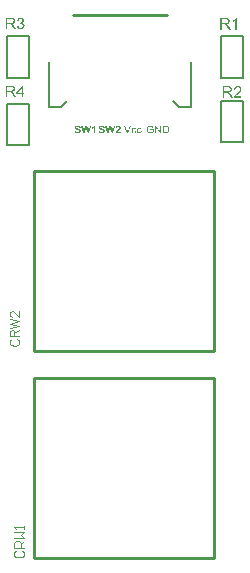
<source format=gbr>
G04*
G04 #@! TF.GenerationSoftware,Altium Limited,Altium Designer,23.0.1 (38)*
G04*
G04 Layer_Color=65535*
%FSLAX25Y25*%
%MOIN*%
G70*
G04*
G04 #@! TF.SameCoordinates,1BC4FD92-A1BF-4EFC-BBB9-C4C69C01024F*
G04*
G04*
G04 #@! TF.FilePolarity,Positive*
G04*
G01*
G75*
%ADD10C,0.01000*%
%ADD11C,0.00787*%
%ADD12C,0.00984*%
%ADD13C,0.00500*%
%ADD14C,0.00394*%
G36*
X259088Y211110D02*
X259128Y211106D01*
X259176Y211103D01*
X259223Y211095D01*
X259278Y211088D01*
X259394Y211063D01*
X259452Y211044D01*
X259511Y211026D01*
X259569Y211001D01*
X259623Y210972D01*
X259674Y210939D01*
X259722Y210902D01*
X259725Y210899D01*
X259733Y210892D01*
X259744Y210881D01*
X259758Y210866D01*
X259776Y210844D01*
X259798Y210819D01*
X259820Y210790D01*
X259845Y210757D01*
X259867Y210717D01*
X259889Y210677D01*
X259911Y210629D01*
X259929Y210578D01*
X259947Y210527D01*
X259962Y210469D01*
X259973Y210411D01*
X259977Y210346D01*
X259467Y210327D01*
Y210331D01*
Y210335D01*
X259460Y210360D01*
X259452Y210393D01*
X259438Y210433D01*
X259420Y210480D01*
X259394Y210524D01*
X259361Y210567D01*
X259325Y210604D01*
X259321Y210608D01*
X259307Y210618D01*
X259281Y210633D01*
X259245Y210648D01*
X259201Y210662D01*
X259147Y210677D01*
X259081Y210688D01*
X259005Y210691D01*
X258968D01*
X258928Y210688D01*
X258881Y210680D01*
X258826Y210669D01*
X258768Y210651D01*
X258713Y210629D01*
X258663Y210597D01*
X258659Y210593D01*
X258652Y210586D01*
X258637Y210575D01*
X258622Y210557D01*
X258608Y210535D01*
X258593Y210506D01*
X258586Y210476D01*
X258582Y210440D01*
Y210437D01*
Y210426D01*
X258586Y210407D01*
X258593Y210389D01*
X258601Y210364D01*
X258611Y210338D01*
X258630Y210313D01*
X258655Y210287D01*
X258659Y210284D01*
X258677Y210273D01*
X258688Y210265D01*
X258706Y210258D01*
X258724Y210247D01*
X258750Y210236D01*
X258779Y210225D01*
X258812Y210211D01*
X258852Y210196D01*
X258892Y210182D01*
X258943Y210167D01*
X258997Y210153D01*
X259056Y210138D01*
X259121Y210120D01*
X259125D01*
X259139Y210116D01*
X259157Y210113D01*
X259183Y210105D01*
X259212Y210098D01*
X259248Y210087D01*
X259289Y210076D01*
X259329Y210065D01*
X259416Y210036D01*
X259507Y210007D01*
X259594Y209974D01*
X259631Y209956D01*
X259667Y209938D01*
X259671D01*
X259674Y209934D01*
X259696Y209920D01*
X259729Y209898D01*
X259769Y209869D01*
X259813Y209832D01*
X259860Y209789D01*
X259907Y209738D01*
X259947Y209679D01*
X259951Y209672D01*
X259962Y209650D01*
X259980Y209617D01*
X259998Y209570D01*
X260017Y209512D01*
X260035Y209443D01*
X260046Y209366D01*
X260049Y209279D01*
Y209275D01*
Y209268D01*
Y209257D01*
Y209243D01*
X260046Y209224D01*
X260042Y209199D01*
X260035Y209148D01*
X260020Y209082D01*
X259998Y209013D01*
X259966Y208944D01*
X259926Y208871D01*
Y208868D01*
X259918Y208864D01*
X259904Y208842D01*
X259875Y208806D01*
X259838Y208766D01*
X259791Y208718D01*
X259729Y208675D01*
X259664Y208631D01*
X259583Y208591D01*
X259580D01*
X259573Y208587D01*
X259562Y208584D01*
X259543Y208576D01*
X259522Y208569D01*
X259496Y208562D01*
X259467Y208555D01*
X259434Y208547D01*
X259394Y208536D01*
X259354Y208529D01*
X259259Y208515D01*
X259154Y208504D01*
X259037Y208500D01*
X258990D01*
X258957Y208504D01*
X258917Y208507D01*
X258874Y208511D01*
X258823Y208518D01*
X258768Y208529D01*
X258648Y208555D01*
X258586Y208573D01*
X258528Y208591D01*
X258466Y208616D01*
X258408Y208646D01*
X258353Y208678D01*
X258302Y208718D01*
X258298Y208722D01*
X258291Y208729D01*
X258277Y208740D01*
X258262Y208758D01*
X258240Y208784D01*
X258218Y208813D01*
X258193Y208846D01*
X258167Y208882D01*
X258142Y208926D01*
X258117Y208973D01*
X258091Y209028D01*
X258066Y209086D01*
X258047Y209148D01*
X258026Y209217D01*
X258011Y209290D01*
X258000Y209366D01*
X258495Y209414D01*
Y209410D01*
X258499Y209403D01*
Y209388D01*
X258502Y209374D01*
X258517Y209330D01*
X258535Y209275D01*
X258557Y209213D01*
X258590Y209152D01*
X258626Y209097D01*
X258673Y209046D01*
X258681Y209042D01*
X258699Y209028D01*
X258728Y209010D01*
X258772Y208988D01*
X258826Y208966D01*
X258888Y208948D01*
X258961Y208933D01*
X259045Y208929D01*
X259085D01*
X259128Y208937D01*
X259183Y208944D01*
X259241Y208955D01*
X259303Y208973D01*
X259361Y208999D01*
X259412Y209031D01*
X259420Y209035D01*
X259434Y209050D01*
X259452Y209071D01*
X259478Y209101D01*
X259500Y209137D01*
X259522Y209181D01*
X259536Y209224D01*
X259540Y209275D01*
Y209279D01*
Y209290D01*
X259536Y209308D01*
X259532Y209330D01*
X259525Y209352D01*
X259518Y209377D01*
X259503Y209403D01*
X259485Y209428D01*
X259482Y209432D01*
X259474Y209439D01*
X259463Y209450D01*
X259445Y209465D01*
X259420Y209483D01*
X259387Y209501D01*
X259350Y209519D01*
X259303Y209537D01*
X259299D01*
X259285Y209545D01*
X259259Y209552D01*
X259241Y209559D01*
X259219Y209563D01*
X259194Y209570D01*
X259165Y209581D01*
X259132Y209588D01*
X259096Y209599D01*
X259052Y209610D01*
X259005Y209621D01*
X258954Y209636D01*
X258895Y209650D01*
X258892D01*
X258877Y209654D01*
X258855Y209661D01*
X258830Y209668D01*
X258797Y209679D01*
X258757Y209690D01*
X258717Y209705D01*
X258670Y209719D01*
X258575Y209756D01*
X258484Y209800D01*
X258437Y209821D01*
X258397Y209847D01*
X258357Y209872D01*
X258324Y209898D01*
X258320Y209901D01*
X258313Y209909D01*
X258302Y209920D01*
X258288Y209934D01*
X258269Y209956D01*
X258251Y209981D01*
X258229Y210007D01*
X258211Y210040D01*
X258167Y210116D01*
X258131Y210204D01*
X258117Y210251D01*
X258106Y210298D01*
X258098Y210353D01*
X258095Y210407D01*
Y210411D01*
Y210415D01*
Y210426D01*
Y210440D01*
X258102Y210476D01*
X258109Y210524D01*
X258120Y210578D01*
X258138Y210640D01*
X258164Y210706D01*
X258200Y210768D01*
Y210771D01*
X258204Y210775D01*
X258222Y210797D01*
X258244Y210826D01*
X258280Y210862D01*
X258324Y210902D01*
X258379Y210946D01*
X258440Y210986D01*
X258513Y211022D01*
X258517D01*
X258524Y211026D01*
X258535Y211030D01*
X258550Y211037D01*
X258572Y211044D01*
X258593Y211052D01*
X258622Y211059D01*
X258655Y211070D01*
X258728Y211084D01*
X258812Y211099D01*
X258906Y211110D01*
X259012Y211114D01*
X259056D01*
X259088Y211110D01*
D02*
G37*
G36*
X262932Y208547D02*
X262383D01*
X261888Y210429D01*
X261385Y208547D01*
X260832D01*
X260235Y211066D01*
X260755D01*
X261134Y209334D01*
X261593Y211066D01*
X262204D01*
X262641Y209304D01*
X263027Y211066D01*
X263540D01*
X262932Y208547D01*
D02*
G37*
G36*
X264588Y211077D02*
X264621Y211073D01*
X264658Y211070D01*
X264698Y211063D01*
X264741Y211055D01*
X264836Y211030D01*
X264931Y210993D01*
X264982Y210972D01*
X265025Y210946D01*
X265072Y210913D01*
X265113Y210877D01*
X265116Y210873D01*
X265124Y210870D01*
X265131Y210855D01*
X265145Y210841D01*
X265163Y210822D01*
X265182Y210797D01*
X265200Y210771D01*
X265222Y210739D01*
X265258Y210666D01*
X265295Y210582D01*
X265309Y210535D01*
X265316Y210484D01*
X265324Y210429D01*
X265327Y210375D01*
Y210367D01*
Y210346D01*
X265324Y210313D01*
X265320Y210273D01*
X265313Y210222D01*
X265302Y210167D01*
X265287Y210109D01*
X265265Y210051D01*
X265262Y210043D01*
X265254Y210025D01*
X265240Y209992D01*
X265218Y209952D01*
X265193Y209905D01*
X265160Y209850D01*
X265120Y209792D01*
X265072Y209730D01*
X265069Y209727D01*
X265054Y209708D01*
X265033Y209683D01*
X265000Y209647D01*
X264956Y209603D01*
X264901Y209545D01*
X264836Y209483D01*
X264756Y209406D01*
X264752Y209403D01*
X264745Y209399D01*
X264734Y209388D01*
X264719Y209374D01*
X264679Y209337D01*
X264632Y209294D01*
X264585Y209246D01*
X264537Y209199D01*
X264494Y209159D01*
X264479Y209141D01*
X264465Y209126D01*
X264461Y209122D01*
X264454Y209115D01*
X264443Y209101D01*
X264428Y209082D01*
X264395Y209042D01*
X264366Y208995D01*
X265327D01*
Y208547D01*
X263635D01*
Y208551D01*
Y208558D01*
X263638Y208573D01*
X263642Y208591D01*
X263646Y208613D01*
X263649Y208638D01*
X263664Y208704D01*
X263686Y208777D01*
X263715Y208857D01*
X263751Y208944D01*
X263798Y209028D01*
Y209031D01*
X263806Y209039D01*
X263813Y209053D01*
X263828Y209068D01*
X263842Y209093D01*
X263864Y209119D01*
X263890Y209152D01*
X263919Y209188D01*
X263951Y209232D01*
X263991Y209275D01*
X264035Y209326D01*
X264086Y209381D01*
X264141Y209436D01*
X264203Y209497D01*
X264268Y209563D01*
X264341Y209632D01*
X264345Y209636D01*
X264355Y209647D01*
X264370Y209661D01*
X264392Y209683D01*
X264421Y209705D01*
X264450Y209734D01*
X264516Y209800D01*
X264581Y209869D01*
X264647Y209938D01*
X264676Y209967D01*
X264705Y210000D01*
X264727Y210025D01*
X264741Y210047D01*
X264745Y210054D01*
X264756Y210072D01*
X264774Y210102D01*
X264792Y210142D01*
X264810Y210185D01*
X264829Y210236D01*
X264840Y210287D01*
X264843Y210342D01*
Y210346D01*
Y210349D01*
Y210367D01*
X264840Y210400D01*
X264832Y210437D01*
X264821Y210476D01*
X264807Y210517D01*
X264785Y210557D01*
X264756Y210593D01*
X264752Y210597D01*
X264741Y210608D01*
X264719Y210622D01*
X264694Y210637D01*
X264658Y210651D01*
X264617Y210666D01*
X264570Y210677D01*
X264516Y210680D01*
X264490D01*
X264461Y210677D01*
X264428Y210669D01*
X264388Y210659D01*
X264348Y210640D01*
X264308Y210618D01*
X264272Y210589D01*
X264268Y210586D01*
X264257Y210571D01*
X264243Y210549D01*
X264228Y210517D01*
X264210Y210476D01*
X264195Y210422D01*
X264181Y210360D01*
X264173Y210287D01*
X263693Y210335D01*
Y210338D01*
X263697Y210353D01*
Y210371D01*
X263704Y210400D01*
X263707Y210433D01*
X263718Y210469D01*
X263729Y210509D01*
X263740Y210557D01*
X263777Y210648D01*
X263820Y210742D01*
X263849Y210790D01*
X263882Y210833D01*
X263919Y210870D01*
X263959Y210906D01*
X263962Y210910D01*
X263970Y210913D01*
X263981Y210921D01*
X263999Y210935D01*
X264021Y210946D01*
X264050Y210961D01*
X264079Y210979D01*
X264115Y210993D01*
X264155Y211012D01*
X264199Y211026D01*
X264294Y211055D01*
X264406Y211073D01*
X264465Y211077D01*
X264527Y211081D01*
X264563D01*
X264588Y211077D01*
D02*
G37*
G36*
X251088Y211110D02*
X251128Y211106D01*
X251176Y211103D01*
X251223Y211095D01*
X251278Y211088D01*
X251394Y211063D01*
X251452Y211044D01*
X251511Y211026D01*
X251569Y211001D01*
X251623Y210972D01*
X251674Y210939D01*
X251722Y210902D01*
X251725Y210899D01*
X251733Y210892D01*
X251744Y210881D01*
X251758Y210866D01*
X251776Y210844D01*
X251798Y210819D01*
X251820Y210790D01*
X251846Y210757D01*
X251867Y210717D01*
X251889Y210677D01*
X251911Y210629D01*
X251929Y210578D01*
X251947Y210527D01*
X251962Y210469D01*
X251973Y210411D01*
X251976Y210346D01*
X251467Y210327D01*
Y210331D01*
Y210335D01*
X251460Y210360D01*
X251452Y210393D01*
X251438Y210433D01*
X251420Y210480D01*
X251394Y210524D01*
X251361Y210567D01*
X251325Y210604D01*
X251321Y210608D01*
X251307Y210618D01*
X251281Y210633D01*
X251245Y210648D01*
X251201Y210662D01*
X251147Y210677D01*
X251081Y210688D01*
X251005Y210691D01*
X250968D01*
X250928Y210688D01*
X250881Y210680D01*
X250826Y210669D01*
X250768Y210651D01*
X250713Y210629D01*
X250662Y210597D01*
X250659Y210593D01*
X250652Y210586D01*
X250637Y210575D01*
X250622Y210557D01*
X250608Y210535D01*
X250593Y210506D01*
X250586Y210476D01*
X250582Y210440D01*
Y210437D01*
Y210426D01*
X250586Y210407D01*
X250593Y210389D01*
X250601Y210364D01*
X250611Y210338D01*
X250630Y210313D01*
X250655Y210287D01*
X250659Y210284D01*
X250677Y210273D01*
X250688Y210265D01*
X250706Y210258D01*
X250724Y210247D01*
X250750Y210236D01*
X250779Y210225D01*
X250812Y210211D01*
X250852Y210196D01*
X250892Y210182D01*
X250943Y210167D01*
X250997Y210153D01*
X251056Y210138D01*
X251121Y210120D01*
X251125D01*
X251139Y210116D01*
X251157Y210113D01*
X251183Y210105D01*
X251212Y210098D01*
X251249Y210087D01*
X251289Y210076D01*
X251329Y210065D01*
X251416Y210036D01*
X251507Y210007D01*
X251594Y209974D01*
X251631Y209956D01*
X251667Y209938D01*
X251671D01*
X251674Y209934D01*
X251696Y209920D01*
X251729Y209898D01*
X251769Y209869D01*
X251813Y209832D01*
X251860Y209789D01*
X251907Y209738D01*
X251947Y209679D01*
X251951Y209672D01*
X251962Y209650D01*
X251980Y209617D01*
X251998Y209570D01*
X252017Y209512D01*
X252035Y209443D01*
X252046Y209366D01*
X252049Y209279D01*
Y209275D01*
Y209268D01*
Y209257D01*
Y209243D01*
X252046Y209224D01*
X252042Y209199D01*
X252035Y209148D01*
X252020Y209082D01*
X251998Y209013D01*
X251966Y208944D01*
X251926Y208871D01*
Y208868D01*
X251918Y208864D01*
X251904Y208842D01*
X251875Y208806D01*
X251838Y208766D01*
X251791Y208718D01*
X251729Y208675D01*
X251663Y208631D01*
X251583Y208591D01*
X251580D01*
X251572Y208587D01*
X251562Y208584D01*
X251543Y208576D01*
X251521Y208569D01*
X251496Y208562D01*
X251467Y208555D01*
X251434Y208547D01*
X251394Y208536D01*
X251354Y208529D01*
X251259Y208515D01*
X251154Y208504D01*
X251037Y208500D01*
X250990D01*
X250957Y208504D01*
X250917Y208507D01*
X250874Y208511D01*
X250823Y208518D01*
X250768Y208529D01*
X250648Y208555D01*
X250586Y208573D01*
X250528Y208591D01*
X250466Y208616D01*
X250408Y208646D01*
X250353Y208678D01*
X250302Y208718D01*
X250299Y208722D01*
X250291Y208729D01*
X250277Y208740D01*
X250262Y208758D01*
X250240Y208784D01*
X250218Y208813D01*
X250193Y208846D01*
X250167Y208882D01*
X250142Y208926D01*
X250116Y208973D01*
X250091Y209028D01*
X250065Y209086D01*
X250047Y209148D01*
X250026Y209217D01*
X250011Y209290D01*
X250000Y209366D01*
X250495Y209414D01*
Y209410D01*
X250499Y209403D01*
Y209388D01*
X250502Y209374D01*
X250517Y209330D01*
X250535Y209275D01*
X250557Y209213D01*
X250590Y209152D01*
X250626Y209097D01*
X250673Y209046D01*
X250681Y209042D01*
X250699Y209028D01*
X250728Y209010D01*
X250772Y208988D01*
X250826Y208966D01*
X250888Y208948D01*
X250961Y208933D01*
X251045Y208929D01*
X251085D01*
X251128Y208937D01*
X251183Y208944D01*
X251241Y208955D01*
X251303Y208973D01*
X251361Y208999D01*
X251412Y209031D01*
X251420Y209035D01*
X251434Y209050D01*
X251452Y209071D01*
X251478Y209101D01*
X251500Y209137D01*
X251521Y209181D01*
X251536Y209224D01*
X251540Y209275D01*
Y209279D01*
Y209290D01*
X251536Y209308D01*
X251532Y209330D01*
X251525Y209352D01*
X251518Y209377D01*
X251503Y209403D01*
X251485Y209428D01*
X251482Y209432D01*
X251474Y209439D01*
X251463Y209450D01*
X251445Y209465D01*
X251420Y209483D01*
X251387Y209501D01*
X251350Y209519D01*
X251303Y209537D01*
X251300D01*
X251285Y209545D01*
X251259Y209552D01*
X251241Y209559D01*
X251219Y209563D01*
X251194Y209570D01*
X251165Y209581D01*
X251132Y209588D01*
X251096Y209599D01*
X251052Y209610D01*
X251005Y209621D01*
X250954Y209636D01*
X250895Y209650D01*
X250892D01*
X250877Y209654D01*
X250855Y209661D01*
X250830Y209668D01*
X250797Y209679D01*
X250757Y209690D01*
X250717Y209705D01*
X250670Y209719D01*
X250575Y209756D01*
X250484Y209800D01*
X250437Y209821D01*
X250397Y209847D01*
X250357Y209872D01*
X250324Y209898D01*
X250320Y209901D01*
X250313Y209909D01*
X250302Y209920D01*
X250288Y209934D01*
X250269Y209956D01*
X250251Y209981D01*
X250229Y210007D01*
X250211Y210040D01*
X250167Y210116D01*
X250131Y210204D01*
X250116Y210251D01*
X250106Y210298D01*
X250098Y210353D01*
X250095Y210407D01*
Y210411D01*
Y210415D01*
Y210426D01*
Y210440D01*
X250102Y210476D01*
X250109Y210524D01*
X250120Y210578D01*
X250138Y210640D01*
X250164Y210706D01*
X250200Y210768D01*
Y210771D01*
X250204Y210775D01*
X250222Y210797D01*
X250244Y210826D01*
X250280Y210862D01*
X250324Y210902D01*
X250379Y210946D01*
X250440Y210986D01*
X250513Y211022D01*
X250517D01*
X250524Y211026D01*
X250535Y211030D01*
X250550Y211037D01*
X250571Y211044D01*
X250593Y211052D01*
X250622Y211059D01*
X250655Y211070D01*
X250728Y211084D01*
X250812Y211099D01*
X250906Y211110D01*
X251012Y211114D01*
X251056D01*
X251088Y211110D01*
D02*
G37*
G36*
X254932Y208547D02*
X254383D01*
X253888Y210429D01*
X253385Y208547D01*
X252832D01*
X252235Y211066D01*
X252755D01*
X253134Y209334D01*
X253593Y211066D01*
X254204D01*
X254641Y209304D01*
X255027Y211066D01*
X255540D01*
X254932Y208547D01*
D02*
G37*
G36*
X256931D02*
X256446D01*
Y210371D01*
X256443Y210367D01*
X256435Y210360D01*
X256421Y210349D01*
X256399Y210331D01*
X256374Y210309D01*
X256345Y210287D01*
X256308Y210262D01*
X256268Y210233D01*
X256224Y210204D01*
X256177Y210174D01*
X256126Y210142D01*
X256071Y210113D01*
X255955Y210058D01*
X255824Y210007D01*
Y210444D01*
X255828D01*
X255831Y210447D01*
X255842Y210451D01*
X255857Y210455D01*
X255893Y210473D01*
X255944Y210495D01*
X256006Y210524D01*
X256075Y210564D01*
X256152Y210615D01*
X256232Y210673D01*
X256235Y210677D01*
X256243Y210680D01*
X256254Y210691D01*
X256268Y210706D01*
X256308Y210742D01*
X256352Y210790D01*
X256403Y210848D01*
X256454Y210921D01*
X256501Y210997D01*
X256537Y211081D01*
X256931D01*
Y208547D01*
D02*
G37*
G36*
X271621Y210404D02*
X271643D01*
X271672Y210400D01*
X271742Y210389D01*
X271818Y210371D01*
X271898Y210342D01*
X271978Y210305D01*
X272055Y210255D01*
X272058D01*
X272062Y210247D01*
X272084Y210225D01*
X272116Y210193D01*
X272157Y210145D01*
X272197Y210087D01*
X272237Y210014D01*
X272273Y209930D01*
X272299Y209832D01*
X271996Y209785D01*
Y209789D01*
X271993Y209792D01*
X271989Y209814D01*
X271978Y209847D01*
X271960Y209887D01*
X271942Y209930D01*
X271913Y209978D01*
X271880Y210021D01*
X271844Y210058D01*
X271840Y210062D01*
X271825Y210072D01*
X271800Y210087D01*
X271771Y210105D01*
X271731Y210123D01*
X271687Y210138D01*
X271636Y210149D01*
X271581Y210153D01*
X271560D01*
X271541Y210149D01*
X271501Y210145D01*
X271447Y210131D01*
X271389Y210113D01*
X271323Y210083D01*
X271261Y210040D01*
X271232Y210014D01*
X271203Y209985D01*
Y209981D01*
X271196Y209978D01*
X271188Y209967D01*
X271181Y209952D01*
X271170Y209934D01*
X271156Y209912D01*
X271145Y209887D01*
X271130Y209858D01*
X271115Y209821D01*
X271105Y209781D01*
X271090Y209738D01*
X271079Y209690D01*
X271072Y209639D01*
X271065Y209581D01*
X271057Y209519D01*
Y209454D01*
Y209450D01*
Y209439D01*
Y209417D01*
X271061Y209395D01*
Y209363D01*
X271065Y209330D01*
X271076Y209250D01*
X271090Y209162D01*
X271115Y209071D01*
X271148Y208991D01*
X271170Y208951D01*
X271196Y208919D01*
X271203Y208911D01*
X271221Y208893D01*
X271254Y208868D01*
X271294Y208839D01*
X271349Y208806D01*
X271410Y208780D01*
X271483Y208762D01*
X271523Y208758D01*
X271563Y208755D01*
X271570D01*
X271592Y208758D01*
X271629Y208762D01*
X271669Y208769D01*
X271716Y208780D01*
X271767Y208802D01*
X271818Y208828D01*
X271865Y208864D01*
X271873Y208868D01*
X271884Y208886D01*
X271905Y208911D01*
X271931Y208951D01*
X271956Y208999D01*
X271986Y209057D01*
X272007Y209130D01*
X272022Y209210D01*
X272328Y209170D01*
Y209166D01*
X272324Y209155D01*
X272320Y209141D01*
X272317Y209119D01*
X272309Y209090D01*
X272302Y209061D01*
X272277Y208988D01*
X272244Y208911D01*
X272197Y208828D01*
X272138Y208748D01*
X272106Y208711D01*
X272069Y208675D01*
X272066Y208671D01*
X272058Y208667D01*
X272047Y208660D01*
X272033Y208649D01*
X272015Y208635D01*
X271989Y208620D01*
X271960Y208606D01*
X271931Y208587D01*
X271858Y208555D01*
X271771Y208529D01*
X271676Y208507D01*
X271621Y208504D01*
X271567Y208500D01*
X271531D01*
X271505Y208504D01*
X271472Y208507D01*
X271436Y208515D01*
X271396Y208522D01*
X271352Y208529D01*
X271254Y208558D01*
X271206Y208580D01*
X271156Y208602D01*
X271105Y208631D01*
X271057Y208664D01*
X271010Y208700D01*
X270966Y208744D01*
X270963Y208748D01*
X270955Y208755D01*
X270944Y208769D01*
X270930Y208788D01*
X270915Y208813D01*
X270894Y208846D01*
X270875Y208882D01*
X270853Y208922D01*
X270832Y208970D01*
X270813Y209024D01*
X270792Y209079D01*
X270777Y209144D01*
X270762Y209210D01*
X270752Y209286D01*
X270744Y209363D01*
X270741Y209446D01*
Y209450D01*
Y209461D01*
Y209475D01*
Y209497D01*
X270744Y209523D01*
Y209552D01*
X270748Y209585D01*
X270752Y209621D01*
X270762Y209701D01*
X270781Y209789D01*
X270802Y209876D01*
X270835Y209963D01*
Y209967D01*
X270839Y209974D01*
X270846Y209985D01*
X270853Y210000D01*
X270875Y210040D01*
X270908Y210087D01*
X270952Y210142D01*
X271003Y210196D01*
X271065Y210251D01*
X271134Y210295D01*
X271137D01*
X271145Y210298D01*
X271156Y210305D01*
X271170Y210313D01*
X271188Y210320D01*
X271210Y210331D01*
X271265Y210353D01*
X271327Y210371D01*
X271403Y210389D01*
X271483Y210404D01*
X271570Y210407D01*
X271600D01*
X271621Y210404D01*
D02*
G37*
G36*
X269860D02*
X269882D01*
X269911Y210400D01*
X269980Y210389D01*
X270056Y210371D01*
X270136Y210342D01*
X270216Y210305D01*
X270293Y210255D01*
X270297D01*
X270300Y210247D01*
X270322Y210225D01*
X270355Y210193D01*
X270395Y210145D01*
X270435Y210087D01*
X270475Y210014D01*
X270511Y209930D01*
X270537Y209832D01*
X270235Y209785D01*
Y209789D01*
X270231Y209792D01*
X270227Y209814D01*
X270216Y209847D01*
X270198Y209887D01*
X270180Y209930D01*
X270151Y209978D01*
X270118Y210021D01*
X270082Y210058D01*
X270078Y210062D01*
X270064Y210072D01*
X270038Y210087D01*
X270009Y210105D01*
X269969Y210123D01*
X269925Y210138D01*
X269874Y210149D01*
X269820Y210153D01*
X269798D01*
X269780Y210149D01*
X269740Y210145D01*
X269685Y210131D01*
X269627Y210113D01*
X269561Y210083D01*
X269499Y210040D01*
X269470Y210014D01*
X269441Y209985D01*
Y209981D01*
X269434Y209978D01*
X269427Y209967D01*
X269419Y209952D01*
X269408Y209934D01*
X269394Y209912D01*
X269383Y209887D01*
X269368Y209858D01*
X269354Y209821D01*
X269343Y209781D01*
X269328Y209738D01*
X269317Y209690D01*
X269310Y209639D01*
X269303Y209581D01*
X269296Y209519D01*
Y209454D01*
Y209450D01*
Y209439D01*
Y209417D01*
X269299Y209395D01*
Y209363D01*
X269303Y209330D01*
X269314Y209250D01*
X269328Y209162D01*
X269354Y209071D01*
X269387Y208991D01*
X269408Y208951D01*
X269434Y208919D01*
X269441Y208911D01*
X269459Y208893D01*
X269492Y208868D01*
X269532Y208839D01*
X269587Y208806D01*
X269649Y208780D01*
X269721Y208762D01*
X269761Y208758D01*
X269801Y208755D01*
X269809D01*
X269831Y208758D01*
X269867Y208762D01*
X269907Y208769D01*
X269954Y208780D01*
X270005Y208802D01*
X270056Y208828D01*
X270104Y208864D01*
X270111Y208868D01*
X270122Y208886D01*
X270144Y208911D01*
X270169Y208951D01*
X270195Y208999D01*
X270224Y209057D01*
X270246Y209130D01*
X270260Y209210D01*
X270566Y209170D01*
Y209166D01*
X270562Y209155D01*
X270559Y209141D01*
X270555Y209119D01*
X270548Y209090D01*
X270540Y209061D01*
X270515Y208988D01*
X270482Y208911D01*
X270435Y208828D01*
X270377Y208748D01*
X270344Y208711D01*
X270307Y208675D01*
X270304Y208671D01*
X270297Y208667D01*
X270286Y208660D01*
X270271Y208649D01*
X270253Y208635D01*
X270227Y208620D01*
X270198Y208606D01*
X270169Y208587D01*
X270096Y208555D01*
X270009Y208529D01*
X269914Y208507D01*
X269860Y208504D01*
X269805Y208500D01*
X269769D01*
X269743Y208504D01*
X269710Y208507D01*
X269674Y208515D01*
X269634Y208522D01*
X269590Y208529D01*
X269492Y208558D01*
X269445Y208580D01*
X269394Y208602D01*
X269343Y208631D01*
X269296Y208664D01*
X269248Y208700D01*
X269204Y208744D01*
X269201Y208748D01*
X269194Y208755D01*
X269183Y208769D01*
X269168Y208788D01*
X269154Y208813D01*
X269132Y208846D01*
X269113Y208882D01*
X269092Y208922D01*
X269070Y208970D01*
X269052Y209024D01*
X269030Y209079D01*
X269015Y209144D01*
X269001Y209210D01*
X268990Y209286D01*
X268983Y209363D01*
X268979Y209446D01*
Y209450D01*
Y209461D01*
Y209475D01*
Y209497D01*
X268983Y209523D01*
Y209552D01*
X268986Y209585D01*
X268990Y209621D01*
X269001Y209701D01*
X269019Y209789D01*
X269041Y209876D01*
X269074Y209963D01*
Y209967D01*
X269077Y209974D01*
X269084Y209985D01*
X269092Y210000D01*
X269113Y210040D01*
X269146Y210087D01*
X269190Y210142D01*
X269241Y210196D01*
X269303Y210251D01*
X269372Y210295D01*
X269376D01*
X269383Y210298D01*
X269394Y210305D01*
X269408Y210313D01*
X269427Y210320D01*
X269448Y210331D01*
X269503Y210353D01*
X269565Y210371D01*
X269641Y210389D01*
X269721Y210404D01*
X269809Y210407D01*
X269838D01*
X269860Y210404D01*
D02*
G37*
G36*
X267825Y208540D02*
X267476D01*
X266500Y211059D01*
X266864D01*
X267519Y209228D01*
Y209224D01*
X267523Y209217D01*
X267527Y209206D01*
X267534Y209192D01*
X267537Y209170D01*
X267545Y209148D01*
X267563Y209093D01*
X267585Y209031D01*
X267607Y208962D01*
X267650Y208817D01*
Y208820D01*
X267654Y208828D01*
X267657Y208839D01*
X267661Y208853D01*
X267672Y208893D01*
X267690Y208948D01*
X267708Y209010D01*
X267730Y209079D01*
X267756Y209152D01*
X267785Y209228D01*
X268469Y211059D01*
X268808D01*
X267825Y208540D01*
D02*
G37*
G36*
X275329Y211103D02*
X275358D01*
X275427Y211095D01*
X275503Y211084D01*
X275583Y211066D01*
X275671Y211044D01*
X275754Y211015D01*
X275758D01*
X275765Y211012D01*
X275776Y211008D01*
X275791Y211001D01*
X275831Y210979D01*
X275882Y210953D01*
X275937Y210917D01*
X275995Y210873D01*
X276049Y210826D01*
X276100Y210768D01*
X276108Y210760D01*
X276122Y210739D01*
X276144Y210706D01*
X276173Y210659D01*
X276202Y210600D01*
X276235Y210527D01*
X276268Y210447D01*
X276293Y210356D01*
X275991Y210276D01*
Y210280D01*
X275987Y210284D01*
X275984Y210295D01*
X275980Y210309D01*
X275969Y210342D01*
X275955Y210385D01*
X275933Y210437D01*
X275907Y210484D01*
X275882Y210535D01*
X275849Y210578D01*
X275846Y210582D01*
X275835Y210597D01*
X275813Y210615D01*
X275787Y210640D01*
X275754Y210669D01*
X275711Y210699D01*
X275663Y210728D01*
X275609Y210753D01*
X275602Y210757D01*
X275583Y210764D01*
X275551Y210775D01*
X275507Y210790D01*
X275456Y210801D01*
X275398Y210811D01*
X275332Y210819D01*
X275263Y210822D01*
X275223D01*
X275205Y210819D01*
X275183D01*
X275128Y210815D01*
X275066Y210804D01*
X274997Y210793D01*
X274932Y210775D01*
X274866Y210750D01*
X274859Y210746D01*
X274837Y210739D01*
X274808Y210720D01*
X274772Y210702D01*
X274728Y210673D01*
X274681Y210644D01*
X274637Y210608D01*
X274597Y210567D01*
X274593Y210564D01*
X274579Y210549D01*
X274561Y210524D01*
X274539Y210495D01*
X274513Y210458D01*
X274488Y210415D01*
X274462Y210367D01*
X274437Y210316D01*
Y210313D01*
X274433Y210305D01*
X274429Y210295D01*
X274422Y210276D01*
X274415Y210255D01*
X274408Y210229D01*
X274397Y210200D01*
X274390Y210167D01*
X274371Y210091D01*
X274357Y210003D01*
X274346Y209912D01*
X274342Y209810D01*
Y209807D01*
Y209796D01*
Y209778D01*
X274346Y209756D01*
Y209727D01*
X274349Y209690D01*
X274353Y209654D01*
X274357Y209614D01*
X274371Y209523D01*
X274390Y209428D01*
X274419Y209334D01*
X274455Y209243D01*
Y209239D01*
X274462Y209232D01*
X274466Y209221D01*
X274477Y209206D01*
X274502Y209166D01*
X274542Y209115D01*
X274590Y209061D01*
X274648Y209006D01*
X274717Y208955D01*
X274794Y208908D01*
X274797D01*
X274804Y208904D01*
X274815Y208897D01*
X274834Y208890D01*
X274852Y208882D01*
X274877Y208875D01*
X274936Y208853D01*
X275008Y208835D01*
X275088Y208817D01*
X275176Y208802D01*
X275267Y208799D01*
X275303D01*
X275325Y208802D01*
X275347D01*
X275401Y208809D01*
X275467Y208817D01*
X275536Y208831D01*
X275612Y208853D01*
X275689Y208879D01*
X275693D01*
X275700Y208882D01*
X275707Y208886D01*
X275722Y208893D01*
X275762Y208911D01*
X275805Y208933D01*
X275856Y208959D01*
X275911Y208988D01*
X275962Y209020D01*
X276006Y209057D01*
Y209530D01*
X275263D01*
Y209829D01*
X276333D01*
Y208893D01*
X276330Y208890D01*
X276322Y208886D01*
X276308Y208875D01*
X276290Y208860D01*
X276268Y208846D01*
X276242Y208828D01*
X276209Y208806D01*
X276177Y208784D01*
X276100Y208737D01*
X276013Y208686D01*
X275922Y208638D01*
X275824Y208598D01*
X275820D01*
X275813Y208595D01*
X275798Y208591D01*
X275780Y208584D01*
X275754Y208576D01*
X275725Y208565D01*
X275693Y208558D01*
X275660Y208551D01*
X275580Y208533D01*
X275489Y208515D01*
X275391Y208504D01*
X275289Y208500D01*
X275252D01*
X275227Y208504D01*
X275194D01*
X275154Y208507D01*
X275110Y208515D01*
X275063Y208518D01*
X274957Y208540D01*
X274845Y208565D01*
X274728Y208606D01*
X274670Y208627D01*
X274611Y208657D01*
X274608Y208660D01*
X274597Y208664D01*
X274582Y208675D01*
X274561Y208686D01*
X274535Y208704D01*
X274510Y208722D01*
X274440Y208773D01*
X274368Y208839D01*
X274291Y208919D01*
X274218Y209010D01*
X274153Y209115D01*
Y209119D01*
X274146Y209130D01*
X274138Y209144D01*
X274127Y209170D01*
X274116Y209195D01*
X274106Y209232D01*
X274091Y209268D01*
X274076Y209312D01*
X274062Y209359D01*
X274047Y209414D01*
X274036Y209468D01*
X274026Y209526D01*
X274007Y209654D01*
X274000Y209789D01*
Y209792D01*
Y209807D01*
Y209825D01*
X274004Y209850D01*
Y209883D01*
X274007Y209923D01*
X274015Y209963D01*
X274018Y210011D01*
X274029Y210062D01*
X274036Y210116D01*
X274065Y210233D01*
X274102Y210353D01*
X274153Y210473D01*
X274156Y210476D01*
X274160Y210487D01*
X274167Y210502D01*
X274182Y210524D01*
X274197Y210553D01*
X274215Y210582D01*
X274266Y210651D01*
X274328Y210731D01*
X274404Y210808D01*
X274491Y210884D01*
X274542Y210917D01*
X274593Y210950D01*
X274597Y210953D01*
X274608Y210957D01*
X274622Y210964D01*
X274644Y210975D01*
X274673Y210986D01*
X274706Y211001D01*
X274743Y211015D01*
X274786Y211030D01*
X274834Y211044D01*
X274885Y211055D01*
X274939Y211070D01*
X274997Y211081D01*
X275125Y211099D01*
X275190Y211106D01*
X275307D01*
X275329Y211103D01*
D02*
G37*
G36*
X278805Y208544D02*
X278459D01*
X277141Y210520D01*
Y208544D01*
X276821D01*
Y211063D01*
X277163D01*
X278485Y209082D01*
Y211063D01*
X278805D01*
Y208544D01*
D02*
G37*
G36*
X280399Y211059D02*
X280472Y211055D01*
X280545Y211048D01*
X280617Y211037D01*
X280679Y211026D01*
X280683D01*
X280690Y211022D01*
X280701D01*
X280716Y211015D01*
X280756Y211004D01*
X280807Y210986D01*
X280865Y210961D01*
X280927Y210928D01*
X280989Y210892D01*
X281047Y210844D01*
X281051Y210841D01*
X281054Y210837D01*
X281065Y210826D01*
X281080Y210815D01*
X281116Y210779D01*
X281160Y210728D01*
X281207Y210666D01*
X281258Y210593D01*
X281306Y210509D01*
X281346Y210415D01*
Y210411D01*
X281349Y210404D01*
X281356Y210389D01*
X281360Y210367D01*
X281371Y210342D01*
X281378Y210313D01*
X281386Y210280D01*
X281397Y210240D01*
X281407Y210200D01*
X281415Y210153D01*
X281433Y210051D01*
X281444Y209938D01*
X281447Y209814D01*
Y209810D01*
Y209803D01*
Y209785D01*
Y209767D01*
X281444Y209741D01*
Y209712D01*
X281440Y209643D01*
X281429Y209563D01*
X281418Y209479D01*
X281400Y209392D01*
X281378Y209304D01*
Y209301D01*
X281375Y209294D01*
X281371Y209283D01*
X281367Y209268D01*
X281353Y209228D01*
X281331Y209177D01*
X281309Y209119D01*
X281280Y209061D01*
X281244Y208999D01*
X281207Y208940D01*
X281204Y208933D01*
X281189Y208915D01*
X281167Y208890D01*
X281138Y208857D01*
X281105Y208820D01*
X281065Y208784D01*
X281025Y208744D01*
X280978Y208711D01*
X280971Y208707D01*
X280956Y208697D01*
X280931Y208682D01*
X280894Y208664D01*
X280851Y208642D01*
X280800Y208624D01*
X280741Y208602D01*
X280676Y208584D01*
X280668D01*
X280658Y208580D01*
X280647Y208576D01*
X280610Y208573D01*
X280559Y208565D01*
X280501Y208558D01*
X280432Y208551D01*
X280355Y208547D01*
X280272Y208544D01*
X279365D01*
Y211063D01*
X280334D01*
X280399Y211059D01*
D02*
G37*
G36*
X232755Y221954D02*
X233277D01*
Y221521D01*
X232755D01*
Y220600D01*
X232284D01*
Y221521D01*
X230613D01*
Y221954D01*
X232372Y224441D01*
X232755D01*
Y221954D01*
D02*
G37*
G36*
X228926Y224435D02*
X228976D01*
X229093Y224429D01*
X229215Y224413D01*
X229348Y224396D01*
X229470Y224368D01*
X229531Y224352D01*
X229581Y224335D01*
X229586D01*
X229592Y224330D01*
X229625Y224313D01*
X229675Y224291D01*
X229736Y224252D01*
X229803Y224202D01*
X229875Y224135D01*
X229942Y224058D01*
X230008Y223969D01*
Y223963D01*
X230014Y223958D01*
X230036Y223924D01*
X230058Y223869D01*
X230091Y223797D01*
X230119Y223713D01*
X230147Y223614D01*
X230164Y223508D01*
X230169Y223392D01*
Y223386D01*
Y223375D01*
Y223353D01*
X230164Y223325D01*
Y223286D01*
X230158Y223247D01*
X230136Y223153D01*
X230103Y223042D01*
X230058Y222925D01*
X229992Y222809D01*
X229947Y222753D01*
X229903Y222698D01*
X229897Y222692D01*
X229892Y222687D01*
X229875Y222670D01*
X229853Y222654D01*
X229825Y222631D01*
X229792Y222609D01*
X229747Y222581D01*
X229703Y222548D01*
X229647Y222520D01*
X229586Y222493D01*
X229520Y222459D01*
X229448Y222431D01*
X229364Y222409D01*
X229281Y222382D01*
X229187Y222365D01*
X229087Y222348D01*
X229098Y222343D01*
X229120Y222332D01*
X229153Y222309D01*
X229198Y222287D01*
X229298Y222226D01*
X229348Y222187D01*
X229392Y222154D01*
X229403Y222143D01*
X229431Y222115D01*
X229475Y222071D01*
X229531Y222015D01*
X229592Y221938D01*
X229664Y221854D01*
X229736Y221754D01*
X229814Y221643D01*
X230474Y220600D01*
X229842D01*
X229337Y221399D01*
Y221405D01*
X229326Y221416D01*
X229314Y221432D01*
X229298Y221455D01*
X229259Y221516D01*
X229209Y221593D01*
X229148Y221677D01*
X229087Y221765D01*
X229026Y221849D01*
X228970Y221926D01*
X228965Y221932D01*
X228948Y221954D01*
X228920Y221988D01*
X228882Y222026D01*
X228798Y222110D01*
X228754Y222148D01*
X228710Y222182D01*
X228704Y222187D01*
X228693Y222193D01*
X228671Y222204D01*
X228637Y222221D01*
X228604Y222237D01*
X228565Y222254D01*
X228476Y222282D01*
X228471D01*
X228460Y222287D01*
X228438D01*
X228410Y222293D01*
X228371Y222298D01*
X228327D01*
X228266Y222304D01*
X227611D01*
Y220600D01*
X227100D01*
Y224441D01*
X228882D01*
X228926Y224435D01*
D02*
G37*
G36*
X232095Y247052D02*
X232167Y247041D01*
X232256Y247024D01*
X232356Y246996D01*
X232456Y246963D01*
X232556Y246919D01*
X232561D01*
X232567Y246913D01*
X232600Y246896D01*
X232650Y246863D01*
X232705Y246824D01*
X232772Y246769D01*
X232839Y246708D01*
X232905Y246635D01*
X232961Y246552D01*
X232966Y246541D01*
X232983Y246513D01*
X233005Y246463D01*
X233033Y246402D01*
X233061Y246330D01*
X233083Y246247D01*
X233100Y246153D01*
X233105Y246058D01*
Y246047D01*
Y246014D01*
X233100Y245970D01*
X233088Y245908D01*
X233072Y245836D01*
X233044Y245759D01*
X233011Y245681D01*
X232966Y245603D01*
X232961Y245592D01*
X232944Y245570D01*
X232911Y245531D01*
X232866Y245487D01*
X232811Y245437D01*
X232744Y245381D01*
X232667Y245331D01*
X232572Y245281D01*
X232578D01*
X232589Y245276D01*
X232606Y245270D01*
X232628Y245265D01*
X232689Y245242D01*
X232767Y245209D01*
X232855Y245165D01*
X232944Y245109D01*
X233027Y245037D01*
X233105Y244954D01*
X233111Y244943D01*
X233133Y244909D01*
X233166Y244854D01*
X233199Y244782D01*
X233233Y244693D01*
X233266Y244587D01*
X233288Y244465D01*
X233294Y244332D01*
Y244327D01*
Y244310D01*
Y244282D01*
X233288Y244249D01*
X233283Y244205D01*
X233272Y244155D01*
X233260Y244099D01*
X233249Y244038D01*
X233205Y243905D01*
X233172Y243833D01*
X233138Y243766D01*
X233094Y243694D01*
X233044Y243622D01*
X232989Y243550D01*
X232922Y243483D01*
X232916Y243478D01*
X232905Y243466D01*
X232883Y243450D01*
X232855Y243428D01*
X232822Y243400D01*
X232778Y243372D01*
X232728Y243339D01*
X232667Y243311D01*
X232606Y243278D01*
X232533Y243244D01*
X232461Y243217D01*
X232378Y243189D01*
X232289Y243167D01*
X232195Y243150D01*
X232101Y243139D01*
X231995Y243133D01*
X231945D01*
X231912Y243139D01*
X231868Y243144D01*
X231818Y243150D01*
X231762Y243161D01*
X231701Y243172D01*
X231568Y243205D01*
X231429Y243261D01*
X231357Y243294D01*
X231290Y243333D01*
X231224Y243383D01*
X231157Y243433D01*
X231152Y243439D01*
X231140Y243450D01*
X231124Y243466D01*
X231107Y243489D01*
X231079Y243516D01*
X231052Y243555D01*
X231018Y243594D01*
X230985Y243644D01*
X230952Y243700D01*
X230918Y243755D01*
X230857Y243888D01*
X230807Y244044D01*
X230791Y244127D01*
X230780Y244216D01*
X231251Y244277D01*
Y244271D01*
X231257Y244260D01*
X231262Y244238D01*
X231268Y244210D01*
X231274Y244177D01*
X231285Y244138D01*
X231312Y244055D01*
X231351Y243955D01*
X231401Y243860D01*
X231457Y243772D01*
X231523Y243694D01*
X231535Y243688D01*
X231557Y243666D01*
X231601Y243638D01*
X231657Y243611D01*
X231723Y243577D01*
X231806Y243550D01*
X231901Y243527D01*
X232001Y243522D01*
X232034D01*
X232056Y243527D01*
X232117Y243533D01*
X232195Y243550D01*
X232284Y243577D01*
X232378Y243616D01*
X232472Y243672D01*
X232561Y243749D01*
X232572Y243761D01*
X232600Y243794D01*
X232633Y243844D01*
X232678Y243910D01*
X232722Y243994D01*
X232755Y244088D01*
X232783Y244199D01*
X232794Y244321D01*
Y244327D01*
Y244338D01*
Y244354D01*
X232789Y244377D01*
X232783Y244438D01*
X232767Y244510D01*
X232744Y244599D01*
X232705Y244687D01*
X232650Y244776D01*
X232578Y244860D01*
X232567Y244871D01*
X232539Y244893D01*
X232495Y244926D01*
X232434Y244965D01*
X232356Y245004D01*
X232261Y245037D01*
X232156Y245059D01*
X232039Y245070D01*
X231990D01*
X231951Y245065D01*
X231901Y245059D01*
X231845Y245048D01*
X231779Y245037D01*
X231707Y245020D01*
X231762Y245437D01*
X231790D01*
X231812Y245431D01*
X231884D01*
X231945Y245442D01*
X232017Y245453D01*
X232101Y245470D01*
X232195Y245498D01*
X232284Y245536D01*
X232378Y245586D01*
X232384D01*
X232389Y245592D01*
X232417Y245614D01*
X232456Y245653D01*
X232500Y245703D01*
X232544Y245775D01*
X232583Y245858D01*
X232611Y245953D01*
X232622Y246008D01*
Y246069D01*
Y246075D01*
Y246080D01*
Y246114D01*
X232611Y246158D01*
X232600Y246219D01*
X232578Y246286D01*
X232550Y246358D01*
X232506Y246430D01*
X232445Y246497D01*
X232439Y246502D01*
X232411Y246524D01*
X232372Y246552D01*
X232323Y246585D01*
X232256Y246613D01*
X232178Y246641D01*
X232089Y246663D01*
X231990Y246669D01*
X231945D01*
X231895Y246658D01*
X231829Y246646D01*
X231756Y246624D01*
X231684Y246597D01*
X231607Y246552D01*
X231535Y246497D01*
X231529Y246491D01*
X231507Y246463D01*
X231473Y246425D01*
X231434Y246369D01*
X231396Y246297D01*
X231357Y246208D01*
X231324Y246103D01*
X231301Y245981D01*
X230830Y246064D01*
Y246069D01*
X230835Y246086D01*
X230841Y246108D01*
X230846Y246142D01*
X230857Y246180D01*
X230874Y246225D01*
X230907Y246330D01*
X230963Y246452D01*
X231029Y246574D01*
X231113Y246691D01*
X231218Y246796D01*
X231224Y246802D01*
X231235Y246808D01*
X231251Y246819D01*
X231274Y246835D01*
X231301Y246858D01*
X231340Y246880D01*
X231379Y246902D01*
X231429Y246930D01*
X231540Y246974D01*
X231668Y247018D01*
X231818Y247046D01*
X231895Y247057D01*
X232034D01*
X232095Y247052D01*
D02*
G37*
G36*
X228926Y247035D02*
X228976D01*
X229093Y247029D01*
X229215Y247013D01*
X229348Y246996D01*
X229470Y246968D01*
X229531Y246952D01*
X229581Y246935D01*
X229586D01*
X229592Y246930D01*
X229625Y246913D01*
X229675Y246891D01*
X229736Y246852D01*
X229803Y246802D01*
X229875Y246735D01*
X229942Y246658D01*
X230008Y246569D01*
Y246563D01*
X230014Y246558D01*
X230036Y246524D01*
X230058Y246469D01*
X230091Y246397D01*
X230119Y246314D01*
X230147Y246214D01*
X230164Y246108D01*
X230169Y245992D01*
Y245986D01*
Y245975D01*
Y245953D01*
X230164Y245925D01*
Y245886D01*
X230158Y245847D01*
X230136Y245753D01*
X230103Y245642D01*
X230058Y245526D01*
X229992Y245409D01*
X229947Y245353D01*
X229903Y245298D01*
X229897Y245292D01*
X229892Y245287D01*
X229875Y245270D01*
X229853Y245253D01*
X229825Y245231D01*
X229792Y245209D01*
X229747Y245181D01*
X229703Y245148D01*
X229647Y245120D01*
X229586Y245093D01*
X229520Y245059D01*
X229448Y245031D01*
X229364Y245009D01*
X229281Y244982D01*
X229187Y244965D01*
X229087Y244948D01*
X229098Y244943D01*
X229120Y244932D01*
X229153Y244909D01*
X229198Y244887D01*
X229298Y244826D01*
X229348Y244787D01*
X229392Y244754D01*
X229403Y244743D01*
X229431Y244715D01*
X229475Y244671D01*
X229531Y244615D01*
X229592Y244538D01*
X229664Y244454D01*
X229736Y244354D01*
X229814Y244243D01*
X230474Y243200D01*
X229842D01*
X229337Y243999D01*
Y244005D01*
X229326Y244016D01*
X229314Y244033D01*
X229298Y244055D01*
X229259Y244116D01*
X229209Y244193D01*
X229148Y244277D01*
X229087Y244366D01*
X229026Y244449D01*
X228970Y244527D01*
X228965Y244532D01*
X228948Y244554D01*
X228920Y244587D01*
X228882Y244626D01*
X228798Y244710D01*
X228754Y244748D01*
X228710Y244782D01*
X228704Y244787D01*
X228693Y244793D01*
X228671Y244804D01*
X228637Y244821D01*
X228604Y244837D01*
X228565Y244854D01*
X228476Y244882D01*
X228471D01*
X228460Y244887D01*
X228438D01*
X228410Y244893D01*
X228371Y244898D01*
X228327D01*
X228266Y244904D01*
X227611D01*
Y243200D01*
X227100D01*
Y247041D01*
X228882D01*
X228926Y247035D01*
D02*
G37*
G36*
X304462Y224262D02*
X304506Y224256D01*
X304562Y224251D01*
X304623Y224239D01*
X304684Y224228D01*
X304828Y224189D01*
X304973Y224134D01*
X305045Y224101D01*
X305117Y224062D01*
X305183Y224012D01*
X305244Y223956D01*
X305250Y223951D01*
X305261Y223945D01*
X305272Y223923D01*
X305294Y223901D01*
X305322Y223873D01*
X305350Y223834D01*
X305378Y223796D01*
X305411Y223745D01*
X305467Y223640D01*
X305522Y223507D01*
X305544Y223440D01*
X305555Y223363D01*
X305566Y223285D01*
X305572Y223202D01*
Y223190D01*
Y223163D01*
X305566Y223118D01*
X305561Y223057D01*
X305550Y222991D01*
X305527Y222913D01*
X305505Y222830D01*
X305472Y222746D01*
X305467Y222735D01*
X305455Y222708D01*
X305433Y222663D01*
X305400Y222602D01*
X305356Y222536D01*
X305300Y222452D01*
X305233Y222369D01*
X305156Y222275D01*
X305145Y222264D01*
X305117Y222230D01*
X305089Y222203D01*
X305061Y222175D01*
X305028Y222142D01*
X304984Y222097D01*
X304939Y222053D01*
X304884Y222003D01*
X304828Y221947D01*
X304762Y221886D01*
X304690Y221825D01*
X304612Y221753D01*
X304523Y221681D01*
X304434Y221603D01*
X304429Y221598D01*
X304417Y221587D01*
X304395Y221570D01*
X304368Y221548D01*
X304334Y221514D01*
X304295Y221481D01*
X304207Y221409D01*
X304112Y221326D01*
X304024Y221242D01*
X303946Y221170D01*
X303912Y221143D01*
X303885Y221115D01*
X303879Y221109D01*
X303863Y221093D01*
X303840Y221070D01*
X303813Y221037D01*
X303785Y220998D01*
X303751Y220959D01*
X303685Y220865D01*
X305577D01*
Y220410D01*
X303030D01*
Y220415D01*
Y220438D01*
Y220471D01*
X303036Y220515D01*
X303041Y220565D01*
X303052Y220621D01*
X303063Y220676D01*
X303085Y220737D01*
Y220743D01*
X303091Y220748D01*
X303102Y220782D01*
X303124Y220832D01*
X303158Y220898D01*
X303202Y220976D01*
X303258Y221065D01*
X303319Y221154D01*
X303396Y221248D01*
Y221254D01*
X303407Y221259D01*
X303435Y221292D01*
X303485Y221342D01*
X303557Y221414D01*
X303641Y221498D01*
X303746Y221598D01*
X303874Y221709D01*
X304012Y221825D01*
X304018Y221831D01*
X304040Y221847D01*
X304073Y221875D01*
X304112Y221908D01*
X304162Y221953D01*
X304223Y222003D01*
X304284Y222058D01*
X304357Y222119D01*
X304495Y222253D01*
X304634Y222386D01*
X304701Y222452D01*
X304762Y222519D01*
X304817Y222580D01*
X304861Y222641D01*
Y222647D01*
X304873Y222652D01*
X304884Y222669D01*
X304895Y222691D01*
X304934Y222752D01*
X304978Y222824D01*
X305017Y222913D01*
X305056Y223007D01*
X305078Y223113D01*
X305089Y223213D01*
Y223218D01*
Y223224D01*
X305083Y223257D01*
X305078Y223313D01*
X305061Y223374D01*
X305039Y223451D01*
X305000Y223529D01*
X304950Y223607D01*
X304884Y223685D01*
X304873Y223696D01*
X304845Y223718D01*
X304806Y223745D01*
X304745Y223784D01*
X304667Y223818D01*
X304578Y223851D01*
X304473Y223873D01*
X304357Y223879D01*
X304323D01*
X304301Y223873D01*
X304234Y223868D01*
X304157Y223851D01*
X304073Y223829D01*
X303979Y223790D01*
X303890Y223740D01*
X303807Y223673D01*
X303796Y223662D01*
X303774Y223635D01*
X303740Y223590D01*
X303707Y223523D01*
X303668Y223446D01*
X303635Y223346D01*
X303613Y223235D01*
X303602Y223107D01*
X303119Y223157D01*
Y223163D01*
X303124Y223179D01*
Y223207D01*
X303130Y223246D01*
X303141Y223290D01*
X303152Y223340D01*
X303169Y223401D01*
X303185Y223463D01*
X303230Y223596D01*
X303296Y223729D01*
X303335Y223796D01*
X303385Y223862D01*
X303435Y223923D01*
X303491Y223979D01*
X303496Y223984D01*
X303507Y223990D01*
X303524Y224006D01*
X303552Y224023D01*
X303585Y224045D01*
X303624Y224067D01*
X303668Y224095D01*
X303724Y224123D01*
X303785Y224151D01*
X303851Y224178D01*
X303924Y224201D01*
X304001Y224223D01*
X304084Y224239D01*
X304173Y224256D01*
X304268Y224262D01*
X304368Y224267D01*
X304423D01*
X304462Y224262D01*
D02*
G37*
G36*
X301249Y224245D02*
X301298D01*
X301415Y224239D01*
X301537Y224223D01*
X301670Y224206D01*
X301792Y224178D01*
X301853Y224162D01*
X301903Y224145D01*
X301909D01*
X301915Y224140D01*
X301948Y224123D01*
X301998Y224101D01*
X302059Y224062D01*
X302125Y224012D01*
X302198Y223945D01*
X302264Y223868D01*
X302331Y223779D01*
Y223773D01*
X302336Y223768D01*
X302359Y223734D01*
X302381Y223679D01*
X302414Y223607D01*
X302442Y223523D01*
X302469Y223424D01*
X302486Y223318D01*
X302492Y223202D01*
Y223196D01*
Y223185D01*
Y223163D01*
X302486Y223135D01*
Y223096D01*
X302481Y223057D01*
X302458Y222963D01*
X302425Y222852D01*
X302381Y222735D01*
X302314Y222619D01*
X302270Y222563D01*
X302225Y222508D01*
X302220Y222502D01*
X302214Y222497D01*
X302198Y222480D01*
X302175Y222463D01*
X302148Y222441D01*
X302114Y222419D01*
X302070Y222391D01*
X302026Y222358D01*
X301970Y222330D01*
X301909Y222303D01*
X301842Y222269D01*
X301770Y222241D01*
X301687Y222219D01*
X301604Y222192D01*
X301509Y222175D01*
X301409Y222158D01*
X301420Y222153D01*
X301443Y222142D01*
X301476Y222119D01*
X301520Y222097D01*
X301620Y222036D01*
X301670Y221997D01*
X301715Y221964D01*
X301726Y221953D01*
X301753Y221925D01*
X301798Y221881D01*
X301853Y221825D01*
X301915Y221747D01*
X301987Y221664D01*
X302059Y221564D01*
X302136Y221453D01*
X302797Y220410D01*
X302164D01*
X301659Y221209D01*
Y221215D01*
X301648Y221226D01*
X301637Y221242D01*
X301620Y221265D01*
X301582Y221326D01*
X301532Y221403D01*
X301470Y221487D01*
X301409Y221575D01*
X301348Y221659D01*
X301293Y221736D01*
X301287Y221742D01*
X301271Y221764D01*
X301243Y221797D01*
X301204Y221836D01*
X301121Y221920D01*
X301076Y221958D01*
X301032Y221992D01*
X301027Y221997D01*
X301015Y222003D01*
X300993Y222014D01*
X300960Y222031D01*
X300927Y222047D01*
X300888Y222064D01*
X300799Y222092D01*
X300793D01*
X300782Y222097D01*
X300760D01*
X300732Y222103D01*
X300693Y222108D01*
X300649D01*
X300588Y222114D01*
X299933D01*
Y220410D01*
X299423D01*
Y224251D01*
X301204D01*
X301249Y224245D01*
D02*
G37*
G36*
X304050Y243100D02*
X303578D01*
Y246103D01*
X303573Y246097D01*
X303545Y246075D01*
X303512Y246041D01*
X303456Y246003D01*
X303395Y245953D01*
X303317Y245897D01*
X303229Y245836D01*
X303129Y245775D01*
X303123D01*
X303118Y245770D01*
X303084Y245747D01*
X303029Y245720D01*
X302962Y245686D01*
X302885Y245647D01*
X302801Y245609D01*
X302718Y245570D01*
X302635Y245536D01*
Y245992D01*
X302640D01*
X302652Y246003D01*
X302674Y246008D01*
X302701Y246025D01*
X302735Y246041D01*
X302774Y246064D01*
X302868Y246119D01*
X302979Y246180D01*
X303090Y246258D01*
X303206Y246347D01*
X303323Y246441D01*
X303329Y246447D01*
X303334Y246452D01*
X303351Y246469D01*
X303373Y246485D01*
X303423Y246541D01*
X303490Y246608D01*
X303556Y246685D01*
X303628Y246774D01*
X303689Y246863D01*
X303745Y246957D01*
X304050D01*
Y243100D01*
D02*
G37*
G36*
X300426Y246935D02*
X300476D01*
X300592Y246930D01*
X300715Y246913D01*
X300848Y246896D01*
X300970Y246868D01*
X301031Y246852D01*
X301081Y246835D01*
X301086D01*
X301092Y246830D01*
X301125Y246813D01*
X301175Y246791D01*
X301236Y246752D01*
X301303Y246702D01*
X301375Y246635D01*
X301442Y246558D01*
X301508Y246469D01*
Y246463D01*
X301514Y246458D01*
X301536Y246424D01*
X301558Y246369D01*
X301591Y246297D01*
X301619Y246214D01*
X301647Y246114D01*
X301664Y246008D01*
X301669Y245892D01*
Y245886D01*
Y245875D01*
Y245853D01*
X301664Y245825D01*
Y245786D01*
X301658Y245747D01*
X301636Y245653D01*
X301603Y245542D01*
X301558Y245426D01*
X301492Y245309D01*
X301447Y245253D01*
X301403Y245198D01*
X301397Y245192D01*
X301392Y245187D01*
X301375Y245170D01*
X301353Y245153D01*
X301325Y245131D01*
X301292Y245109D01*
X301247Y245081D01*
X301203Y245048D01*
X301147Y245020D01*
X301086Y244992D01*
X301020Y244959D01*
X300948Y244932D01*
X300864Y244909D01*
X300781Y244882D01*
X300687Y244865D01*
X300587Y244848D01*
X300598Y244843D01*
X300620Y244832D01*
X300654Y244809D01*
X300698Y244787D01*
X300798Y244726D01*
X300848Y244687D01*
X300892Y244654D01*
X300903Y244643D01*
X300931Y244615D01*
X300975Y244571D01*
X301031Y244515D01*
X301092Y244438D01*
X301164Y244354D01*
X301236Y244254D01*
X301314Y244143D01*
X301974Y243100D01*
X301342D01*
X300837Y243899D01*
Y243905D01*
X300826Y243916D01*
X300814Y243933D01*
X300798Y243955D01*
X300759Y244016D01*
X300709Y244093D01*
X300648Y244177D01*
X300587Y244266D01*
X300526Y244349D01*
X300470Y244426D01*
X300465Y244432D01*
X300448Y244454D01*
X300420Y244488D01*
X300382Y244526D01*
X300298Y244610D01*
X300254Y244649D01*
X300209Y244682D01*
X300204Y244687D01*
X300193Y244693D01*
X300171Y244704D01*
X300137Y244721D01*
X300104Y244737D01*
X300065Y244754D01*
X299976Y244782D01*
X299971D01*
X299960Y244787D01*
X299938D01*
X299910Y244793D01*
X299871Y244798D01*
X299827D01*
X299765Y244804D01*
X299111D01*
Y243100D01*
X298600D01*
Y246941D01*
X300382D01*
X300426Y246935D01*
D02*
G37*
%LPC*%
G36*
X280283Y210764D02*
X279700D01*
Y208842D01*
X280297D01*
X280323Y208846D01*
X280377Y208849D01*
X280439Y208853D01*
X280505Y208860D01*
X280570Y208871D01*
X280625Y208886D01*
X280632Y208890D01*
X280650Y208893D01*
X280676Y208904D01*
X280709Y208919D01*
X280745Y208940D01*
X280781Y208962D01*
X280818Y208988D01*
X280854Y209017D01*
X280858Y209024D01*
X280872Y209039D01*
X280894Y209064D01*
X280920Y209101D01*
X280949Y209148D01*
X280981Y209203D01*
X281011Y209264D01*
X281036Y209334D01*
Y209337D01*
X281040Y209345D01*
X281043Y209355D01*
X281047Y209370D01*
X281051Y209388D01*
X281058Y209414D01*
X281065Y209439D01*
X281072Y209468D01*
X281083Y209541D01*
X281094Y209625D01*
X281102Y209719D01*
X281105Y209821D01*
Y209825D01*
Y209840D01*
Y209858D01*
X281102Y209887D01*
Y209920D01*
X281098Y209956D01*
X281094Y210000D01*
X281091Y210043D01*
X281072Y210142D01*
X281051Y210244D01*
X281018Y210338D01*
X280996Y210385D01*
X280974Y210426D01*
Y210429D01*
X280967Y210437D01*
X280960Y210447D01*
X280952Y210462D01*
X280923Y210498D01*
X280887Y210542D01*
X280840Y210589D01*
X280785Y210637D01*
X280723Y210677D01*
X280658Y210710D01*
X280650Y210713D01*
X280632Y210717D01*
X280599Y210728D01*
X280552Y210739D01*
X280494Y210746D01*
X280421Y210757D01*
X280377Y210760D01*
X280330D01*
X280283Y210764D01*
D02*
G37*
G36*
X232284Y223675D02*
X231074Y221954D01*
X232284D01*
Y223675D01*
D02*
G37*
G36*
X228820Y224013D02*
X227611D01*
Y222742D01*
X228754D01*
X228820Y222748D01*
X228898Y222753D01*
X228987Y222759D01*
X229076Y222770D01*
X229165Y222787D01*
X229242Y222809D01*
X229253Y222814D01*
X229276Y222826D01*
X229309Y222842D01*
X229353Y222864D01*
X229403Y222898D01*
X229453Y222937D01*
X229503Y222987D01*
X229542Y223042D01*
X229548Y223048D01*
X229559Y223070D01*
X229575Y223103D01*
X229597Y223147D01*
X229614Y223197D01*
X229631Y223253D01*
X229642Y223320D01*
X229647Y223386D01*
Y223392D01*
Y223397D01*
X229642Y223430D01*
X229636Y223481D01*
X229625Y223547D01*
X229597Y223614D01*
X229564Y223691D01*
X229514Y223763D01*
X229448Y223836D01*
X229436Y223841D01*
X229409Y223863D01*
X229364Y223891D01*
X229292Y223924D01*
X229209Y223958D01*
X229098Y223986D01*
X228970Y224008D01*
X228820Y224013D01*
D02*
G37*
G36*
Y246613D02*
X227611D01*
Y245342D01*
X228754D01*
X228820Y245348D01*
X228898Y245353D01*
X228987Y245359D01*
X229076Y245370D01*
X229165Y245387D01*
X229242Y245409D01*
X229253Y245414D01*
X229276Y245426D01*
X229309Y245442D01*
X229353Y245464D01*
X229403Y245498D01*
X229453Y245536D01*
X229503Y245586D01*
X229542Y245642D01*
X229548Y245648D01*
X229559Y245670D01*
X229575Y245703D01*
X229597Y245747D01*
X229614Y245797D01*
X229631Y245853D01*
X229642Y245919D01*
X229647Y245986D01*
Y245992D01*
Y245997D01*
X229642Y246030D01*
X229636Y246080D01*
X229625Y246147D01*
X229597Y246214D01*
X229564Y246291D01*
X229514Y246363D01*
X229448Y246436D01*
X229436Y246441D01*
X229409Y246463D01*
X229364Y246491D01*
X229292Y246524D01*
X229209Y246558D01*
X229098Y246585D01*
X228970Y246608D01*
X228820Y246613D01*
D02*
G37*
G36*
X301143Y223823D02*
X299933D01*
Y222552D01*
X301076D01*
X301143Y222558D01*
X301221Y222563D01*
X301309Y222569D01*
X301398Y222580D01*
X301487Y222597D01*
X301565Y222619D01*
X301576Y222624D01*
X301598Y222636D01*
X301631Y222652D01*
X301676Y222674D01*
X301726Y222708D01*
X301776Y222746D01*
X301826Y222797D01*
X301865Y222852D01*
X301870Y222857D01*
X301881Y222880D01*
X301898Y222913D01*
X301920Y222957D01*
X301937Y223007D01*
X301953Y223063D01*
X301964Y223130D01*
X301970Y223196D01*
Y223202D01*
Y223207D01*
X301964Y223240D01*
X301959Y223290D01*
X301948Y223357D01*
X301920Y223424D01*
X301887Y223501D01*
X301837Y223573D01*
X301770Y223646D01*
X301759Y223651D01*
X301731Y223673D01*
X301687Y223701D01*
X301615Y223734D01*
X301532Y223768D01*
X301420Y223796D01*
X301293Y223818D01*
X301143Y223823D01*
D02*
G37*
G36*
X300321Y246513D02*
X299111D01*
Y245242D01*
X300254D01*
X300321Y245248D01*
X300398Y245253D01*
X300487Y245259D01*
X300576Y245270D01*
X300665Y245287D01*
X300742Y245309D01*
X300753Y245314D01*
X300776Y245326D01*
X300809Y245342D01*
X300853Y245364D01*
X300903Y245398D01*
X300953Y245437D01*
X301003Y245486D01*
X301042Y245542D01*
X301048Y245548D01*
X301059Y245570D01*
X301075Y245603D01*
X301097Y245647D01*
X301114Y245697D01*
X301131Y245753D01*
X301142Y245819D01*
X301147Y245886D01*
Y245892D01*
Y245897D01*
X301142Y245931D01*
X301136Y245981D01*
X301125Y246047D01*
X301097Y246114D01*
X301064Y246191D01*
X301014Y246264D01*
X300948Y246336D01*
X300937Y246341D01*
X300909Y246363D01*
X300864Y246391D01*
X300792Y246424D01*
X300709Y246458D01*
X300598Y246485D01*
X300470Y246508D01*
X300321Y246513D01*
D02*
G37*
%LPD*%
D10*
X236500Y67000D02*
X296500D01*
Y127000D01*
X236500D02*
X296500D01*
X236500Y67000D02*
Y127000D01*
Y136000D02*
X296500D01*
Y196000D01*
X236500D02*
X296500D01*
X236500Y136000D02*
Y196000D01*
D11*
X241421Y217394D02*
Y232157D01*
Y217394D02*
X245358D01*
X247327Y219362D01*
X282760D02*
X284728Y217394D01*
X288665D01*
Y232157D01*
D12*
X249295Y247905D02*
X280791D01*
D13*
X234642Y204610D02*
Y218390D01*
X227358Y204610D02*
Y218390D01*
X234642D01*
X227358Y204610D02*
X234642D01*
Y227110D02*
Y240890D01*
X227358Y227110D02*
Y240890D01*
X234642D01*
X227358Y227110D02*
X234642D01*
X306142Y205610D02*
Y219390D01*
X298858Y205610D02*
Y219390D01*
X306142D01*
X298858Y205610D02*
X306142D01*
Y227110D02*
Y240890D01*
X298858Y227110D02*
Y240890D01*
X306142D01*
X298858Y227110D02*
X306142D01*
D14*
X230451Y69351D02*
X229926Y68827D01*
Y67777D01*
X230451Y67252D01*
X232550D01*
X233074Y67777D01*
Y68827D01*
X232550Y69351D01*
X233074Y70401D02*
X229926D01*
Y71975D01*
X230451Y72500D01*
X231500D01*
X232025Y71975D01*
Y70401D01*
Y71451D02*
X233074Y72500D01*
X229926Y73549D02*
X233074D01*
X232025Y74599D01*
X233074Y75649D01*
X229926D01*
X233074Y76698D02*
Y77748D01*
Y77223D01*
X229926D01*
X230451Y76698D01*
X229175Y139916D02*
X228875Y139766D01*
X228575Y139466D01*
X228426Y139166D01*
Y138567D01*
X228575Y138267D01*
X228875Y137967D01*
X229175Y137817D01*
X229625Y137667D01*
X230375D01*
X230825Y137817D01*
X231125Y137967D01*
X231424Y138267D01*
X231575Y138567D01*
Y139166D01*
X231424Y139466D01*
X231125Y139766D01*
X230825Y139916D01*
X228426Y140801D02*
X231575D01*
X228426D02*
Y142150D01*
X228575Y142600D01*
X228725Y142750D01*
X229025Y142900D01*
X229325D01*
X229625Y142750D01*
X229775Y142600D01*
X229925Y142150D01*
Y140801D01*
Y141851D02*
X231575Y142900D01*
X228426Y143605D02*
X231575Y144355D01*
X228426Y145105D02*
X231575Y144355D01*
X228426Y145105D02*
X231575Y145854D01*
X228426Y146604D02*
X231575Y145854D01*
X229175Y147384D02*
X229025D01*
X228725Y147534D01*
X228575Y147684D01*
X228426Y147984D01*
Y148583D01*
X228575Y148883D01*
X228725Y149033D01*
X229025Y149183D01*
X229325D01*
X229625Y149033D01*
X230075Y148733D01*
X231575Y147234D01*
Y149333D01*
M02*

</source>
